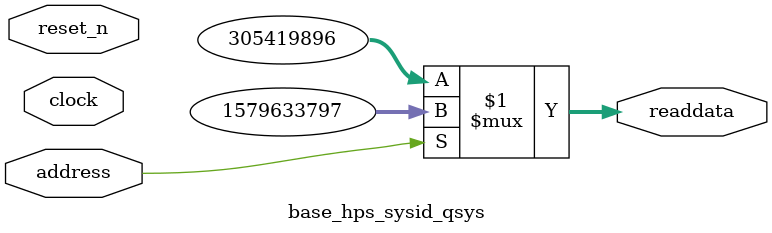
<source format=v>



// synthesis translate_off
`timescale 1ns / 1ps
// synthesis translate_on

// turn off superfluous verilog processor warnings 
// altera message_level Level1 
// altera message_off 10034 10035 10036 10037 10230 10240 10030 

module base_hps_sysid_qsys (
               // inputs:
                address,
                clock,
                reset_n,

               // outputs:
                readdata
             )
;

  output  [ 31: 0] readdata;
  input            address;
  input            clock;
  input            reset_n;

  wire    [ 31: 0] readdata;
  //control_slave, which is an e_avalon_slave
  assign readdata = address ? 1579633797 : 305419896;

endmodule



</source>
